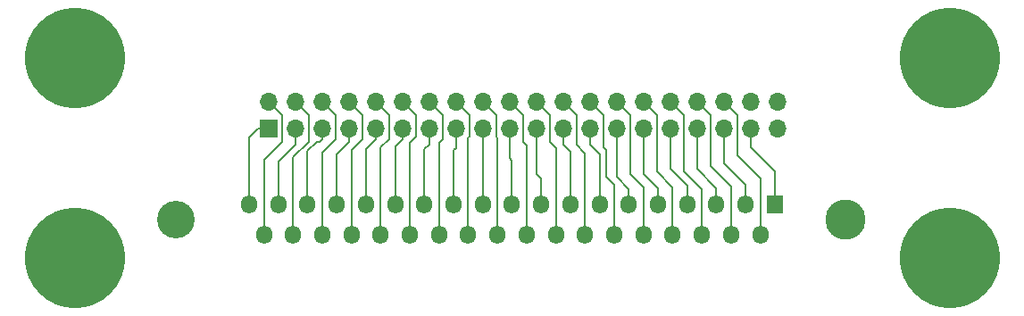
<source format=gbr>
%TF.GenerationSoftware,KiCad,Pcbnew,(6.0.1)*%
%TF.CreationDate,2022-06-22T13:41:02-04:00*%
%TF.ProjectId,DB37RIBBONADAPTER,44423337-5249-4424-924f-4e4144415054,X1*%
%TF.SameCoordinates,Original*%
%TF.FileFunction,Copper,L1,Top*%
%TF.FilePolarity,Positive*%
%FSLAX46Y46*%
G04 Gerber Fmt 4.6, Leading zero omitted, Abs format (unit mm)*
G04 Created by KiCad (PCBNEW (6.0.1)) date 2022-06-22 13:41:02*
%MOMM*%
%LPD*%
G01*
G04 APERTURE LIST*
%TA.AperFunction,ComponentPad*%
%ADD10R,1.520000X1.750000*%
%TD*%
%TA.AperFunction,ComponentPad*%
%ADD11O,1.520000X1.750000*%
%TD*%
%TA.AperFunction,ComponentPad*%
%ADD12C,3.556000*%
%TD*%
%TA.AperFunction,ComponentPad*%
%ADD13C,3.810000*%
%TD*%
%TA.AperFunction,ComponentPad*%
%ADD14R,1.700000X1.700000*%
%TD*%
%TA.AperFunction,ComponentPad*%
%ADD15O,1.700000X1.700000*%
%TD*%
%TA.AperFunction,ComponentPad*%
%ADD16C,9.525000*%
%TD*%
%TA.AperFunction,Conductor*%
%ADD17C,0.203200*%
%TD*%
G04 APERTURE END LIST*
D10*
%TO.P,J1,1*%
%TO.N,Net-(J1-Pad1)*%
X72390000Y-19932000D03*
D11*
%TO.P,J1,2*%
%TO.N,Net-(J1-Pad2)*%
X69620000Y-19932000D03*
%TO.P,J1,3*%
%TO.N,Net-(J1-Pad3)*%
X66850000Y-19932000D03*
%TO.P,J1,4*%
%TO.N,Net-(J1-Pad4)*%
X64080000Y-19932000D03*
%TO.P,J1,5*%
%TO.N,Net-(J1-Pad5)*%
X61320000Y-19932000D03*
%TO.P,J1,6*%
%TO.N,Net-(J1-Pad6)*%
X58550000Y-19932000D03*
%TO.P,J1,7*%
%TO.N,Net-(J1-Pad7)*%
X55780000Y-19932000D03*
%TO.P,J1,8*%
%TO.N,Net-(J1-Pad8)*%
X53010000Y-19932000D03*
%TO.P,J1,9*%
%TO.N,Net-(J1-Pad9)*%
X50240000Y-19932000D03*
%TO.P,J1,10*%
%TO.N,Net-(J1-Pad10)*%
X47470000Y-19932000D03*
%TO.P,J1,11*%
%TO.N,Net-(J1-Pad11)*%
X44700000Y-19932000D03*
%TO.P,J1,12*%
%TO.N,Net-(J1-Pad12)*%
X41940000Y-19932000D03*
%TO.P,J1,13*%
%TO.N,Net-(J1-Pad13)*%
X39170000Y-19932000D03*
%TO.P,J1,14*%
%TO.N,Net-(J1-Pad14)*%
X36400000Y-19932000D03*
%TO.P,J1,15*%
%TO.N,Net-(J1-Pad15)*%
X33630000Y-19932000D03*
%TO.P,J1,16*%
%TO.N,Net-(J1-Pad16)*%
X30860000Y-19932000D03*
%TO.P,J1,17*%
%TO.N,Net-(J1-Pad17)*%
X28090000Y-19932000D03*
%TO.P,J1,18*%
%TO.N,Net-(J1-Pad18)*%
X25320000Y-19932000D03*
%TO.P,J1,19*%
%TO.N,Net-(J1-Pad19)*%
X22560000Y-19932000D03*
%TO.P,J1,20*%
%TO.N,Net-(J1-Pad20)*%
X71020000Y-22772000D03*
%TO.P,J1,21*%
%TO.N,Net-(J1-Pad21)*%
X68250000Y-22772000D03*
%TO.P,J1,22*%
%TO.N,Net-(J1-Pad22)*%
X65480000Y-22772000D03*
%TO.P,J1,23*%
%TO.N,Net-(J1-Pad23)*%
X62710000Y-22772000D03*
%TO.P,J1,24*%
%TO.N,Net-(J1-Pad24)*%
X59940000Y-22772000D03*
%TO.P,J1,25*%
%TO.N,Net-(J1-Pad25)*%
X57180000Y-22772000D03*
%TO.P,J1,26*%
%TO.N,Net-(J1-Pad26)*%
X54410000Y-22772000D03*
%TO.P,J1,27*%
%TO.N,Net-(J1-Pad27)*%
X51640000Y-22772000D03*
%TO.P,J1,28*%
%TO.N,Net-(J1-Pad28)*%
X48870000Y-22772000D03*
%TO.P,J1,29*%
%TO.N,Net-(J1-Pad29)*%
X46100000Y-22772000D03*
%TO.P,J1,30*%
%TO.N,Net-(J1-Pad30)*%
X43330000Y-22772000D03*
%TO.P,J1,31*%
%TO.N,Net-(J1-Pad31)*%
X40560000Y-22772000D03*
%TO.P,J1,32*%
%TO.N,Net-(J1-Pad32)*%
X37800000Y-22772000D03*
%TO.P,J1,33*%
%TO.N,Net-(J1-Pad33)*%
X35030000Y-22772000D03*
%TO.P,J1,34*%
%TO.N,Net-(J1-Pad34)*%
X32260000Y-22772000D03*
%TO.P,J1,35*%
%TO.N,Net-(J1-Pad35)*%
X29490000Y-22772000D03*
%TO.P,J1,36*%
%TO.N,Net-(J1-Pad36)*%
X26720000Y-22772000D03*
%TO.P,J1,37*%
%TO.N,Net-(J1-Pad37)*%
X23950000Y-22772000D03*
D12*
%TO.P,J1,?*%
%TO.N,N/C*%
X15600000Y-21352000D03*
D13*
X79100000Y-21352000D03*
%TD*%
D14*
%TO.P,P1,1*%
%TO.N,Net-(J1-Pad19)*%
X24384000Y-12700000D03*
D15*
%TO.P,P1,2*%
%TO.N,Net-(J1-Pad37)*%
X24384000Y-10160000D03*
%TO.P,P1,3*%
%TO.N,Net-(J1-Pad18)*%
X26924000Y-12700000D03*
%TO.P,P1,4*%
%TO.N,Net-(J1-Pad36)*%
X26924000Y-10160000D03*
%TO.P,P1,5*%
%TO.N,Net-(J1-Pad17)*%
X29464000Y-12700000D03*
%TO.P,P1,6*%
%TO.N,Net-(J1-Pad35)*%
X29464000Y-10160000D03*
%TO.P,P1,7*%
%TO.N,Net-(J1-Pad16)*%
X32004000Y-12700000D03*
%TO.P,P1,8*%
%TO.N,Net-(J1-Pad34)*%
X32004000Y-10160000D03*
%TO.P,P1,9*%
%TO.N,Net-(J1-Pad15)*%
X34544000Y-12700000D03*
%TO.P,P1,10*%
%TO.N,Net-(J1-Pad33)*%
X34544000Y-10160000D03*
%TO.P,P1,11*%
%TO.N,Net-(J1-Pad14)*%
X37084000Y-12700000D03*
%TO.P,P1,12*%
%TO.N,Net-(J1-Pad32)*%
X37084000Y-10160000D03*
%TO.P,P1,13*%
%TO.N,Net-(J1-Pad13)*%
X39624000Y-12700000D03*
%TO.P,P1,14*%
%TO.N,Net-(J1-Pad31)*%
X39624000Y-10160000D03*
%TO.P,P1,15*%
%TO.N,Net-(J1-Pad12)*%
X42164000Y-12700000D03*
%TO.P,P1,16*%
%TO.N,Net-(J1-Pad30)*%
X42164000Y-10160000D03*
%TO.P,P1,17*%
%TO.N,Net-(J1-Pad11)*%
X44704000Y-12700000D03*
%TO.P,P1,18*%
%TO.N,Net-(J1-Pad29)*%
X44704000Y-10160000D03*
%TO.P,P1,19*%
%TO.N,Net-(J1-Pad10)*%
X47244000Y-12700000D03*
%TO.P,P1,20*%
%TO.N,Net-(J1-Pad28)*%
X47244000Y-10160000D03*
%TO.P,P1,21*%
%TO.N,Net-(J1-Pad9)*%
X49784000Y-12700000D03*
%TO.P,P1,22*%
%TO.N,Net-(J1-Pad27)*%
X49784000Y-10160000D03*
%TO.P,P1,23*%
%TO.N,Net-(J1-Pad8)*%
X52324000Y-12700000D03*
%TO.P,P1,24*%
%TO.N,Net-(J1-Pad26)*%
X52324000Y-10160000D03*
%TO.P,P1,25*%
%TO.N,Net-(J1-Pad7)*%
X54864000Y-12700000D03*
%TO.P,P1,26*%
%TO.N,Net-(J1-Pad25)*%
X54864000Y-10160000D03*
%TO.P,P1,27*%
%TO.N,Net-(J1-Pad6)*%
X57404000Y-12700000D03*
%TO.P,P1,28*%
%TO.N,Net-(J1-Pad24)*%
X57404000Y-10160000D03*
%TO.P,P1,29*%
%TO.N,Net-(J1-Pad5)*%
X59944000Y-12700000D03*
%TO.P,P1,30*%
%TO.N,Net-(J1-Pad23)*%
X59944000Y-10160000D03*
%TO.P,P1,31*%
%TO.N,Net-(J1-Pad4)*%
X62484000Y-12700000D03*
%TO.P,P1,32*%
%TO.N,Net-(J1-Pad22)*%
X62484000Y-10160000D03*
%TO.P,P1,33*%
%TO.N,Net-(J1-Pad3)*%
X65024000Y-12700000D03*
%TO.P,P1,34*%
%TO.N,Net-(J1-Pad21)*%
X65024000Y-10160000D03*
%TO.P,P1,35*%
%TO.N,Net-(J1-Pad2)*%
X67564000Y-12700000D03*
%TO.P,P1,36*%
%TO.N,Net-(J1-Pad20)*%
X67564000Y-10160000D03*
%TO.P,P1,37*%
%TO.N,Net-(J1-Pad1)*%
X70104000Y-12700000D03*
%TO.P,P1,38*%
%TO.N,N/C*%
X70104000Y-10160000D03*
%TO.P,P1,39*%
X72644000Y-12700000D03*
%TO.P,P1,40*%
X72644000Y-10160000D03*
%TD*%
D16*
%TO.P,MTG1,1*%
%TO.N,N/C*%
X89000000Y-6000000D03*
%TD*%
%TO.P,MTG2,1*%
%TO.N,N/C*%
X6000000Y-6000000D03*
%TD*%
%TO.P,MTG3,1*%
%TO.N,N/C*%
X6000000Y-25000000D03*
%TD*%
%TO.P,MTG?1,1*%
%TO.N,N/C*%
X89000000Y-25000000D03*
%TD*%
D17*
%TO.N,Net-(J1-Pad1)*%
X72390000Y-16764000D02*
X70104000Y-14478000D01*
X70104000Y-14478000D02*
X70104000Y-12700000D01*
X72390000Y-19558000D02*
X72390000Y-16764000D01*
%TO.N,Net-(J1-Pad2)*%
X67564000Y-12954000D02*
X67564000Y-12700000D01*
X69620000Y-18058000D02*
X67564000Y-16002000D01*
X67564000Y-16002000D02*
X67564000Y-12700000D01*
X69620000Y-19558000D02*
X69620000Y-18058000D01*
%TO.N,Net-(J1-Pad3)*%
X65024000Y-13208000D02*
X65024000Y-12700000D01*
X66850000Y-18336000D02*
X65024000Y-16510000D01*
X65024000Y-16510000D02*
X65024000Y-12700000D01*
X66850000Y-19558000D02*
X66850000Y-18336000D01*
%TO.N,Net-(J1-Pad4)*%
X62484000Y-13462000D02*
X62484000Y-12700000D01*
X64080000Y-18106000D02*
X62484000Y-16510000D01*
X62484000Y-16510000D02*
X62484000Y-12700000D01*
X64080000Y-19558000D02*
X64080000Y-18106000D01*
%TO.N,Net-(J1-Pad5)*%
X59944000Y-13462000D02*
X59944000Y-12700000D01*
X61320000Y-18394000D02*
X59944000Y-17018000D01*
X59944000Y-17018000D02*
X59944000Y-12700000D01*
X61320000Y-19558000D02*
X61320000Y-18394000D01*
%TO.N,Net-(J1-Pad6)*%
X57404000Y-13208000D02*
X57404000Y-12700000D01*
X58550000Y-18418000D02*
X57404000Y-17272000D01*
X57404000Y-17272000D02*
X57404000Y-12700000D01*
X58550000Y-19558000D02*
X58550000Y-18418000D01*
%TO.N,Net-(J1-Pad7)*%
X54864000Y-13208000D02*
X54864000Y-12700000D01*
X55780000Y-15140000D02*
X54864000Y-14224000D01*
X54864000Y-14224000D02*
X54864000Y-12700000D01*
X55780000Y-19558000D02*
X55780000Y-15140000D01*
%TO.N,Net-(J1-Pad8)*%
X53010000Y-14910000D02*
X52324000Y-14224000D01*
X52324000Y-14224000D02*
X52324000Y-12700000D01*
X53010000Y-19558000D02*
X53010000Y-14910000D01*
%TO.N,Net-(J1-Pad9)*%
X50240000Y-13156000D02*
X49784000Y-12700000D01*
X50240000Y-17474000D02*
X49784000Y-17018000D01*
X49784000Y-17018000D02*
X49784000Y-12700000D01*
X50240000Y-19558000D02*
X50240000Y-17474000D01*
%TO.N,Net-(J1-Pad10)*%
X47470000Y-15720000D02*
X47244000Y-15494000D01*
X47244000Y-15494000D02*
X47244000Y-12700000D01*
X47470000Y-19558000D02*
X47470000Y-15720000D01*
%TO.N,Net-(J1-Pad11)*%
X44700000Y-12704000D02*
X44704000Y-12700000D01*
X44700000Y-19558000D02*
X44700000Y-12704000D01*
%TO.N,Net-(J1-Pad12)*%
X41940000Y-14762000D02*
X42164000Y-14538000D01*
X42164000Y-14538000D02*
X42164000Y-12700000D01*
X41940000Y-19558000D02*
X41940000Y-14762000D01*
%TO.N,Net-(J1-Pad13)*%
X39170000Y-14678000D02*
X39624000Y-14224000D01*
X39624000Y-14224000D02*
X39624000Y-12700000D01*
X39170000Y-19558000D02*
X39170000Y-14678000D01*
%TO.N,Net-(J1-Pad14)*%
X36400000Y-14400000D02*
X37084000Y-13716000D01*
X37084000Y-13716000D02*
X37084000Y-12700000D01*
X36400000Y-19558000D02*
X36400000Y-14400000D01*
%TO.N,Net-(J1-Pad15)*%
X33630000Y-14630000D02*
X34544000Y-13716000D01*
X34544000Y-13716000D02*
X34544000Y-12700000D01*
X33630000Y-19558000D02*
X33630000Y-14630000D01*
%TO.N,Net-(J1-Pad16)*%
X30860000Y-15114000D02*
X32004000Y-13970000D01*
X32004000Y-13970000D02*
X32004000Y-12700000D01*
X30860000Y-19558000D02*
X30860000Y-15114000D01*
%TO.N,Net-(J1-Pad17)*%
X29464000Y-13462000D02*
X29464000Y-12700000D01*
X28090000Y-14836000D02*
X28956000Y-13970000D01*
X28956000Y-13970000D02*
X29210000Y-13970000D01*
X29210000Y-13970000D02*
X29464000Y-13716000D01*
X29464000Y-13716000D02*
X29464000Y-12700000D01*
X28090000Y-19558000D02*
X28090000Y-14836000D01*
%TO.N,Net-(J1-Pad18)*%
X25320000Y-15828000D02*
X26924000Y-14224000D01*
X26924000Y-14224000D02*
X26924000Y-12700000D01*
X25320000Y-19558000D02*
X25320000Y-15828000D01*
%TO.N,Net-(J1-Pad19)*%
X22560000Y-13508000D02*
X23368000Y-12700000D01*
X23368000Y-12700000D02*
X24384000Y-12700000D01*
X22560000Y-19558000D02*
X22560000Y-13508000D01*
%TO.N,Net-(J1-Pad20)*%
X71020000Y-17426000D02*
X68834000Y-15240000D01*
X68834000Y-15240000D02*
X68834000Y-11430000D01*
X68834000Y-11430000D02*
X67564000Y-10160000D01*
X71020000Y-22398000D02*
X71020000Y-17426000D01*
%TO.N,Net-(J1-Pad21)*%
X68250000Y-18212000D02*
X66294000Y-16256000D01*
X66294000Y-16256000D02*
X66294000Y-11430000D01*
X66294000Y-11430000D02*
X65024000Y-10160000D01*
X68250000Y-22398000D02*
X68250000Y-18212000D01*
%TO.N,Net-(J1-Pad22)*%
X65480000Y-18490000D02*
X63754000Y-16764000D01*
X63754000Y-16764000D02*
X63754000Y-11430000D01*
X63754000Y-11430000D02*
X62484000Y-10160000D01*
X65480000Y-22398000D02*
X65480000Y-18490000D01*
%TO.N,Net-(J1-Pad23)*%
X62710000Y-18260000D02*
X61214000Y-16764000D01*
X61214000Y-16764000D02*
X61214000Y-11430000D01*
X61214000Y-11430000D02*
X59944000Y-10160000D01*
X62710000Y-22398000D02*
X62710000Y-18260000D01*
%TO.N,Net-(J1-Pad24)*%
X59940000Y-18284000D02*
X58674000Y-17018000D01*
X58674000Y-17018000D02*
X58674000Y-11430000D01*
X58674000Y-11430000D02*
X57404000Y-10160000D01*
X59940000Y-22398000D02*
X59940000Y-18284000D01*
%TO.N,Net-(J1-Pad25)*%
X57180000Y-18064000D02*
X56388000Y-17272000D01*
X56388000Y-17272000D02*
X56388000Y-14732000D01*
X56388000Y-14732000D02*
X56134000Y-14478000D01*
X56134000Y-14478000D02*
X56134000Y-11430000D01*
X56134000Y-11430000D02*
X54864000Y-10160000D01*
X57180000Y-22398000D02*
X57180000Y-18064000D01*
%TO.N,Net-(J1-Pad26)*%
X54410000Y-15040000D02*
X53594000Y-14224000D01*
X53594000Y-14224000D02*
X53594000Y-11430000D01*
X53594000Y-11430000D02*
X52324000Y-10160000D01*
X54410000Y-22398000D02*
X54410000Y-15040000D01*
%TO.N,Net-(J1-Pad27)*%
X51640000Y-14556000D02*
X51054000Y-13970000D01*
X51054000Y-13970000D02*
X51054000Y-11430000D01*
X51054000Y-11430000D02*
X49784000Y-10160000D01*
X51640000Y-22398000D02*
X51640000Y-14556000D01*
%TO.N,Net-(J1-Pad28)*%
X48870000Y-14326000D02*
X48514000Y-13970000D01*
X48514000Y-13970000D02*
X48514000Y-11430000D01*
X48514000Y-11430000D02*
X47244000Y-10160000D01*
X48870000Y-22398000D02*
X48870000Y-14326000D01*
%TO.N,Net-(J1-Pad29)*%
X46100000Y-13588000D02*
X45974000Y-13462000D01*
X45974000Y-13462000D02*
X45974000Y-11430000D01*
X45974000Y-11430000D02*
X44704000Y-10160000D01*
X46100000Y-22398000D02*
X46100000Y-13588000D01*
%TO.N,Net-(J1-Pad30)*%
X43330000Y-13566000D02*
X43434000Y-13462000D01*
X43434000Y-13462000D02*
X43434000Y-11430000D01*
X43434000Y-11430000D02*
X42164000Y-10160000D01*
X43330000Y-22398000D02*
X43330000Y-13566000D01*
%TO.N,Net-(J1-Pad31)*%
X40560000Y-14050000D02*
X40894000Y-13716000D01*
X40894000Y-13716000D02*
X40894000Y-11430000D01*
X40894000Y-11430000D02*
X39624000Y-10160000D01*
X40560000Y-22398000D02*
X40560000Y-14050000D01*
%TO.N,Net-(J1-Pad32)*%
X37800000Y-14016000D02*
X38354000Y-13462000D01*
X38354000Y-13462000D02*
X38354000Y-11430000D01*
X38354000Y-11430000D02*
X37084000Y-10160000D01*
X37800000Y-22398000D02*
X37800000Y-14016000D01*
%TO.N,Net-(J1-Pad33)*%
X35030000Y-14500000D02*
X35814000Y-13716000D01*
X35814000Y-13716000D02*
X35814000Y-11430000D01*
X35814000Y-11430000D02*
X34544000Y-10160000D01*
X35030000Y-22398000D02*
X35030000Y-14500000D01*
%TO.N,Net-(J1-Pad34)*%
X32260000Y-14730000D02*
X33274000Y-13716000D01*
X33274000Y-13716000D02*
X33274000Y-11430000D01*
X33274000Y-11430000D02*
X32004000Y-10160000D01*
X32260000Y-22398000D02*
X32260000Y-14730000D01*
%TO.N,Net-(J1-Pad35)*%
X29490000Y-14960000D02*
X30734000Y-13716000D01*
X30734000Y-13716000D02*
X30734000Y-11430000D01*
X30734000Y-11430000D02*
X29464000Y-10160000D01*
X29490000Y-22398000D02*
X29490000Y-14960000D01*
%TO.N,Net-(J1-Pad36)*%
X26720000Y-15444000D02*
X28194000Y-13970000D01*
X28194000Y-13970000D02*
X28194000Y-11430000D01*
X28194000Y-11430000D02*
X26924000Y-10160000D01*
X26720000Y-22398000D02*
X26720000Y-15444000D01*
%TO.N,Net-(J1-Pad37)*%
X23950000Y-15674000D02*
X25654000Y-13970000D01*
X25654000Y-13970000D02*
X25654000Y-11430000D01*
X25654000Y-11430000D02*
X24384000Y-10160000D01*
X23950000Y-22398000D02*
X23950000Y-15674000D01*
%TD*%
M02*

</source>
